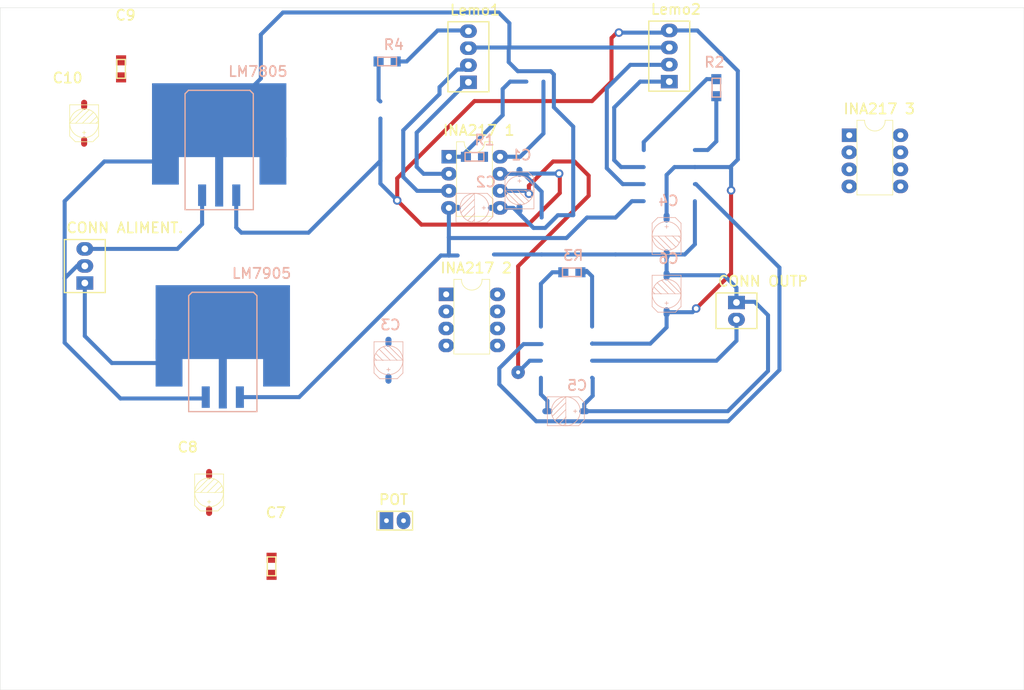
<source format=kicad_pcb>
(kicad_pcb (version 20221018) (generator pcbnew)
  (layers (0 "F.Cu" signal "Top Layer") (31 "B.Cu" signal "Bottom Layer") (34 "B.Paste" user "Bottom Paste") (35 "F.Paste" user "Top Paste") (36 "B.SilkS" user "Bottom Overlay") (37 "F.SilkS" user "Top Overlay") (38 "B.Mask" user "Bottom Solder") (39 "F.Mask" user "Top Solder") (44 "Edge.Cuts" user))
  (net 0 "")
  (net 1 "NetPOT_1")
  (net 2 "NetC9_2")
  (net 3 "NetC7_2")
  (net 4 "NetLemo1_4")
  (net 5 "NetINA217 3_8")
  (net 6 "NetINA217 3_1")
  (net 7 "NetINA217 2_8")
  (net 8 "NetINA217 2_6")
  (net 9 "NetINA217 2_3")
  (net 10 "NetINA217 2_2")
  (net 11 "NetINA217 2_1")
  (net 12 "NetINA217 1_8")
  (net 13 "NetINA217 1_6")
  (net 14 "NetINA217 1_3")
  (net 15 "NetINA217 1_2")
  (net 16 "NetINA217 1_1")
  (net 17 "NetCONN OUTP_2")
  (net 18 "-5")
  (net 19 "+5")
  (net 20 "GND")
  (footprint "Mi libreria Altium.IntLib:Tira 2 Pines" (layer "F.Cu") (at 129.8011 130.6036)
    (fp_text reference "POT" (at -1.2573 -2.2479 unlocked) (layer "F.SilkS") (effects (font (size 1.524 1.524) (thickness 0.254)) (justify left bottom)))
    (fp_text value "Connector" hide)
    (pad "1" thru_hole rect (at 0 0) (size 2 2.5) (drill 0.7) (layers "*.Cu" "*.Mask") (net 1 "NetPOT_1"))
    (pad "2" thru_hole oval (at 2.54 0) (size 2 2.5) (drill 0.7) (layers "*.Cu" "*.Mask") (net 19 "+5"))
  )
  (footprint "Libreria Sergio.PcbLib:Bloque.Ter. 4" (layer "F.Cu") (at 171.9011 65.2036 90)
    (fp_text reference "Lemo2" (at 9.8718 -2.8814 unlocked) (layer "F.SilkS") (effects (font (size 1.524 1.524) (thickness 0.254)) (justify left bottom)))
    (fp_text value "Connector" hide)
    (pad "1" thru_hole rect (at 0 0 90) (size 2 2.5) (drill 1) (layers "*.Cu" "*.Mask") (net 10 "NetINA217 2_2"))
    (pad "2" thru_hole oval (at 2.54 0 90) (size 2 2.5) (drill 1) (layers "*.Cu" "*.Mask") (net 9 "NetINA217 2_3"))
    (pad "3" thru_hole oval (at 5.08 0 90) (size 2 2.5) (drill 1) (layers "*.Cu" "*.Mask") (net 20 "GND"))
    (pad "4" thru_hole oval (at 7.62 0 90) (size 2 2.5) (drill 1) (layers "*.Cu" "*.Mask") (net 19 "+5"))
  )
  (footprint "Libreria Sergio.PcbLib:Bloque.Ter. 2" (layer "F.Cu") (at 181.9011 98.1036 -90)
    (fp_text reference "CONN OUTP" (at -2.2734 2.8964 unlocked) (layer "F.SilkS") (effects (font (size 1.524 1.524) (thickness 0.254)) (justify left bottom)))
    (fp_text value "Connector" hide)
    (pad "1" thru_hole rect (at 0 0 270) (size 2 2.5) (drill 1) (layers "*.Cu" "*.Mask") (net 20 "GND"))
    (pad "2" thru_hole oval (at 2.54 0 270) (size 2 2.5) (drill 1) (layers "*.Cu" "*.Mask") (net 17 "NetCONN OUTP_2"))
  )
  (footprint "Libreria Sergio.PcbLib:DIP 8" (layer "F.Cu") (at 142.9011 80.2036)
    (fp_text reference "INA217 1" (at -4.8133 -6.8453 unlocked) (layer "F.SilkS") (effects (font (size 1.524 1.524) (thickness 0.254)) (justify left bottom)))
    (fp_text value "X" hide)
    (pad "1" thru_hole rect (at -3.81 -3.81) (size 2.2 2) (drill 0.9) (layers "*.Cu" "*.Mask") (net 16 "NetINA217 1_1"))
    (pad "2" thru_hole oval (at -3.81 -1.27) (size 2.3 2) (drill 0.9) (layers "*.Cu" "*.Mask") (net 15 "NetINA217 1_2"))
    (pad "3" thru_hole oval (at -3.81 1.27) (size 2.3 2) (drill 0.9) (layers "*.Cu" "*.Mask") (net 14 "NetINA217 1_3"))
    (pad "4" thru_hole oval (at -3.81 3.81) (size 2.3 2) (drill 0.9) (layers "*.Cu" "*.Mask") (net 18 "-5"))
    (pad "5" thru_hole oval (at 3.81 3.81) (size 2.3 2) (drill 0.9) (layers "*.Cu" "*.Mask") (net 20 "GND"))
    (pad "6" thru_hole oval (at 3.81 1.27) (size 2.3 2) (drill 0.9) (layers "*.Cu" "*.Mask") (net 13 "NetINA217 1_6"))
    (pad "7" thru_hole oval (at 3.81 -1.27) (size 2.3 2) (drill 0.9) (layers "*.Cu" "*.Mask") (net 19 "+5"))
    (pad "8" thru_hole oval (at 3.81 -3.81) (size 2.3 2) (drill 0.9) (layers "*.Cu" "*.Mask") (net 12 "NetINA217 1_8"))
  )
  (footprint "Mi libreria Altium.IntLib:SMD0805" (layer "F.Cu") (at 90.3011 63.3036 90)
    (fp_text reference "C9" (at 7.0993 -1.0033 unlocked) (layer "F.SilkS") (effects (font (size 1.524 1.524) (thickness 0.254)) (justify left bottom)))
    (fp_text value "0.33uF" hide)
    (pad "1" smd rect (at -1.27 0 90) (size 1.5 1.5) (layers "F.Cu" "F.Paste" "F.Mask") (net 20 "GND"))
    (pad "2" smd rect (at 1.27 0 90) (size 1.5 1.5) (layers "F.Cu" "F.Paste" "F.Mask") (net 2 "NetC9_2"))
  )
  (footprint "Libreria Sergio.PcbLib:Bloque.Ter. 3" (layer "F.Cu") (at 84.9011 95.2036 90)
    (fp_text reference "CONN ALIMENT." (at 7.3279 -2.8829 unlocked) (layer "F.SilkS") (effects (font (size 1.524 1.524) (thickness 0.254)) (justify left bottom)))
    (fp_text value "Connector" hide)
    (pad "1" thru_hole rect (at 0 0 90) (size 2 2.5) (drill 1) (layers "*.Cu" "*.Mask") (net 3 "NetC7_2"))
    (pad "2" thru_hole oval (at 2.54 0 90) (size 2 2.5) (drill 1) (layers "*.Cu" "*.Mask") (net 20 "GND"))
    (pad "3" thru_hole oval (at 5.08 0 90) (size 2 2.5) (drill 1) (layers "*.Cu" "*.Mask") (net 2 "NetC9_2"))
  )
  (footprint "Mi libreria Altium.IntLib:C SMD Electrolytic" (layer "F.Cu") (at 84.8011 71.4036)
    (fp_text reference "C10" (at -4.8387 -5.8547 unlocked) (layer "F.SilkS") (effects (font (size 1.524 1.524) (thickness 0.254)) (justify left bottom)))
    (fp_text value "0.1uF" hide)
    (pad "1" smd oval (at 0 -2.75 180) (size 0.9 1.5) (layers "F.Cu" "F.Paste" "F.Mask") (net 20 "GND"))
    (pad "2" smd oval (at 0 2.75 180) (size 0.9 1.5) (layers "F.Cu" "F.Paste" "F.Mask") (net 19 "+5"))
  )
  (footprint "Mi libreria Altium.IntLib:SMD0805" (layer "F.Cu") (at 112.7011 137.4036 90)
    (fp_text reference "C7" (at 7.0993 -1.0033 unlocked) (layer "F.SilkS") (effects (font (size 1.524 1.524) (thickness 0.254)) (justify left bottom)))
    (fp_text value "2.2uF" hide)
    (pad "1" smd rect (at -1.27 0 90) (size 1.5 1.5) (layers "F.Cu" "F.Paste" "F.Mask") (net 20 "GND"))
    (pad "2" smd rect (at 1.27 0 90) (size 1.5 1.5) (layers "F.Cu" "F.Paste" "F.Mask") (net 3 "NetC7_2"))
  )
  (footprint "Mi libreria Altium.IntLib:C SMD Electrolytic" (layer "F.Cu") (at 103.4011 126.4036)
    (fp_text reference "C8" (at -4.8387 -5.8547 unlocked) (layer "F.SilkS") (effects (font (size 1.524 1.524) (thickness 0.254)) (justify left bottom)))
    (fp_text value "1uF" hide)
    (pad "1" smd oval (at 0 -2.75 180) (size 0.9 1.5) (layers "F.Cu" "F.Paste" "F.Mask") (net 18 "-5"))
    (pad "2" smd oval (at 0 2.75 180) (size 0.9 1.5) (layers "F.Cu" "F.Paste" "F.Mask") (net 20 "GND"))
  )
  (footprint "Libreria Sergio.PcbLib:DIP 8" (layer "F.Cu") (at 142.5011 100.7036)
    (fp_text reference "INA217 2" (at -4.8133 -6.8453 unlocked) (layer "F.SilkS") (effects (font (size 1.524 1.524) (thickness 0.254)) (justify left bottom)))
    (fp_text value "X" hide)
    (pad "1" thru_hole rect (at -3.81 -3.81) (size 2.2 2) (drill 0.9) (layers "*.Cu" "*.Mask") (net 11 "NetINA217 2_1"))
    (pad "2" thru_hole oval (at -3.81 -1.27) (size 2.3 2) (drill 0.9) (layers "*.Cu" "*.Mask") (net 10 "NetINA217 2_2"))
    (pad "3" thru_hole oval (at -3.81 1.27) (size 2.3 2) (drill 0.9) (layers "*.Cu" "*.Mask") (net 9 "NetINA217 2_3"))
    (pad "4" thru_hole oval (at -3.81 3.81) (size 2.3 2) (drill 0.9) (layers "*.Cu" "*.Mask") (net 18 "-5"))
    (pad "5" thru_hole oval (at 3.81 3.81) (size 2.3 2) (drill 0.9) (layers "*.Cu" "*.Mask") (net 20 "GND"))
    (pad "6" thru_hole oval (at 3.81 1.27) (size 2.3 2) (drill 0.9) (layers "*.Cu" "*.Mask") (net 8 "NetINA217 2_6"))
    (pad "7" thru_hole oval (at 3.81 -1.27) (size 2.3 2) (drill 0.9) (layers "*.Cu" "*.Mask") (net 19 "+5"))
    (pad "8" thru_hole oval (at 3.81 -3.81) (size 2.3 2) (drill 0.9) (layers "*.Cu" "*.Mask") (net 7 "NetINA217 2_8"))
  )
  (footprint "Libreria Sergio.PcbLib:Bloque.Ter. 4" (layer "F.Cu") (at 142.0011 65.3036 90)
    (fp_text reference "Lemo1" (at 9.8688 -2.8906 unlocked) (layer "F.SilkS") (effects (font (size 1.524 1.524) (thickness 0.254)) (justify left bottom)))
    (fp_text value "Connector" hide)
    (pad "1" thru_hole rect (at 0 0 90) (size 2 2.5) (drill 1) (layers "*.Cu" "*.Mask") (net 15 "NetINA217 1_2"))
    (pad "2" thru_hole oval (at 2.54 0 90) (size 2 2.5) (drill 1) (layers "*.Cu" "*.Mask") (net 14 "NetINA217 1_3"))
    (pad "3" thru_hole oval (at 5.08 0 90) (size 2 2.5) (drill 1) (layers "*.Cu" "*.Mask") (net 20 "GND"))
    (pad "4" thru_hole oval (at 7.62 0 90) (size 2 2.5) (drill 1) (layers "*.Cu" "*.Mask") (net 4 "NetLemo1_4"))
  )
  (footprint "Libreria Sergio.PcbLib:DIP 8" (layer "F.Cu") (at 202.5011 77.0036)
    (fp_text reference "INA217 3" (at -4.8133 -6.8453 unlocked) (layer "F.SilkS") (effects (font (size 1.524 1.524) (thickness 0.254)) (justify left bottom)))
    (fp_text value "X" hide)
    (pad "1" thru_hole rect (at -3.81 -3.81) (size 2.2 2) (drill 0.9) (layers "*.Cu" "*.Mask") (net 6 "NetINA217 3_1"))
    (pad "2" thru_hole oval (at -3.81 -1.27) (size 2.3 2) (drill 0.9) (layers "*.Cu" "*.Mask") (net 8 "NetINA217 2_6"))
    (pad "3" thru_hole oval (at -3.81 1.27) (size 2.3 2) (drill 0.9) (layers "*.Cu" "*.Mask") (net 13 "NetINA217 1_6"))
    (pad "4" thru_hole oval (at -3.81 3.81) (size 2.3 2) (drill 0.9) (layers "*.Cu" "*.Mask") (net 18 "-5"))
    (pad "5" thru_hole oval (at 3.81 3.81) (size 2.3 2) (drill 0.9) (layers "*.Cu" "*.Mask") (net 20 "GND"))
    (pad "6" thru_hole oval (at 3.81 1.27) (size 2.3 2) (drill 0.9) (layers "*.Cu" "*.Mask") (net 17 "NetCONN OUTP_2"))
    (pad "7" thru_hole oval (at 3.81 -1.27) (size 2.3 2) (drill 0.9) (layers "*.Cu" "*.Mask") (net 19 "+5"))
    (pad "8" thru_hole oval (at 3.81 -3.81) (size 2.3 2) (drill 0.9) (layers "*.Cu" "*.Mask") (net 5 "NetINA217 3_8"))
  )
  (footprint "Libreria Sergio.PcbLib:C SMD Electrolytic" (layer "B.Cu") (at 130.1011 106.7036 180)
    (fp_text reference "C3" (at -1.9482 4.3676 unlocked) (layer "B.SilkS") (effects (font (size 1.524 1.524) (thickness 0.254)) (justify left bottom mirror)))
    (fp_text value "10uF" hide)
    (pad "1" smd oval (at 0 2.75) (size 0.9 1.5) (layers "B.Cu" "B.Paste" "B.Mask") (net 18 "-5"))
    (pad "2" smd oval (at 0 -2.75) (size 0.9 1.5) (layers "B.Cu" "B.Paste" "B.Mask") (net 20 "GND"))
  )
  (footprint "Libreria Sergio.PcbLib:C SMD Electrolytic" (layer "B.Cu") (at 142.9011 84.0036 -90)
    (fp_text reference "C2" (at -2.9574 -3.3544 unlocked) (layer "B.SilkS") (effects (font (size 1.524 1.524) (thickness 0.254)) (justify left bottom mirror)))
    (fp_text value "10uF" hide)
    (pad "1" smd oval (at 0 2.75 90) (size 0.9 1.5) (layers "B.Cu" "B.Paste" "B.Mask") (net 18 "-5"))
    (pad "2" smd oval (at 0 -2.75 90) (size 0.9 1.5) (layers "B.Cu" "B.Paste" "B.Mask") (net 20 "GND"))
  )
  (footprint "Mi libreria Altium.IntLib:7905 SMD" (layer "B.Cu") (at 102.9011 112.2036)
    (fp_text reference "LM7905" (at 3.7596 -17.5406 unlocked) (layer "B.SilkS") (effects (font (size 1.524 1.524) (thickness 0.254)) (justify left bottom)))
    (fp_text value "LM78XX" hide)
    (pad "GND" smd rect (at 0 0) (size 1.2 3.2) (layers "B.Cu" "B.Paste" "B.Mask") (net 20 "GND"))
    (pad "Vin" smd rect (at -5.461 -5.08) (size 4 7) (layers "B.Cu" "B.Paste" "B.Mask") (net 3 "NetC7_2"))
    (pad "Vin" smd rect (at 2.54 -11.176) (size 20 11) (layers "B.Cu" "B.Paste" "B.Mask") (net 3 "NetC7_2"))
    (pad "Vin" smd rect (at 2.54 -2.413) (size 1.2 8.2) (layers "B.Cu" "B.Paste" "B.Mask") (net 3 "NetC7_2"))
    (pad "Vin" smd rect (at 10.541 -5.08) (size 4 7) (layers "B.Cu" "B.Paste" "B.Mask") (net 3 "NetC7_2"))
    (pad "Vout" smd rect (at 5.08 0) (size 1.2 3.2) (layers "B.Cu" "B.Paste" "B.Mask") (net 18 "-5"))
  )
  (footprint "Mi libreria Altium.IntLib:7805 Smd" (layer "B.Cu") (at 104.9011 79.2036)
    (fp_text reference "LM7805" (at 1.20741 -14.6114 unlocked) (layer "B.SilkS") (effects (font (size 1.524 1.524) (thickness 0.254)) (justify left bottom)))
    (fp_text value "LM78XX" hide)
    (pad "GND" smd rect (at -8.001 -2.159) (size 4 7) (layers "B.Cu" "B.Paste" "B.Mask") (net 20 "GND"))
    (pad "GND" smd rect (at 0 -8.255) (size 20 11) (layers "B.Cu" "B.Paste" "B.Mask") (net 20 "GND"))
    (pad "GND" smd rect (at 0 0.508) (size 1.2 8.2) (layers "B.Cu" "B.Paste" "B.Mask") (net 20 "GND"))
    (pad "GND" smd rect (at 8.001 -2.159) (size 4 7) (layers "B.Cu" "B.Paste" "B.Mask") (net 20 "GND"))
    (pad "Vin" smd rect (at -2.54 2.921) (size 1.2 3.2) (layers "B.Cu" "B.Paste" "B.Mask") (net 2 "NetC9_2"))
    (pad "Vout" smd rect (at 2.54 2.921) (size 1.2 3.2) (layers "B.Cu" "B.Paste" "B.Mask") (net 19 "+5"))
  )
  (footprint "Libreria Sergio.PcbLib:C SMD Electrolytic" (layer "B.Cu") (at 156.5011 114.3036 -90)
    (fp_text reference "C5" (at -2.9536 -3.3448 unlocked) (layer "B.SilkS") (effects (font (size 1.524 1.524) (thickness 0.254)) (justify left bottom mirror)))
    (fp_text value "10uF" hide)
    (pad "1" smd oval (at 0 2.75 90) (size 0.9 1.5) (layers "B.Cu" "B.Paste" "B.Mask") (net 18 "-5"))
    (pad "2" smd oval (at 0 -2.75 90) (size 0.9 1.5) (layers "B.Cu" "B.Paste" "B.Mask") (net 20 "GND"))
  )
  (footprint "Libreria Sergio.PcbLib:C SMD Electrolytic" (layer "B.Cu") (at 171.5011 96.8036 180)
    (fp_text reference "C6" (at -1.9506 4.3602 unlocked) (layer "B.SilkS") (effects (font (size 1.524 1.524) (thickness 0.254)) (justify left bottom mirror)))
    (fp_text value "10 uF" hide)
    (pad "1" smd oval (at 0 2.75) (size 0.9 1.5) (layers "B.Cu" "B.Paste" "B.Mask") (net 20 "GND"))
    (pad "2" smd oval (at 0 -2.75) (size 0.9 1.5) (layers "B.Cu" "B.Paste" "B.Mask") (net 19 "+5"))
  )
  (footprint "Libreria Sergio.PcbLib:SMD0805" (layer "B.Cu") (at 157.4011 93.6036)
    (fp_text reference "R3" (at 1.8616 -1.616 unlocked) (layer "B.SilkS") (effects (font (size 1.524 1.524) (thickness 0.254)) (justify left bottom mirror)))
    (fp_text value "111 Ohm" hide)
    (pad "1" smd rect (at -1.27 0) (size 1.5 1.5) (layers "B.Cu" "B.Paste" "B.Mask") (net 6 "NetINA217 3_1"))
    (pad "2" smd rect (at 1.27 0) (size 1.5 1.5) (layers "B.Cu" "B.Paste" "B.Mask") (net 5 "NetINA217 3_8"))
  )
  (footprint "Libreria Sergio.PcbLib:SMD0805" (layer "B.Cu") (at 178.9011 66.1036 -90)
    (fp_text reference "R2" (at -2.8958 1.9374 unlocked) (layer "B.SilkS") (effects (font (size 1.524 1.524) (thickness 0.254)) (justify left bottom)))
    (fp_text value "204 Ohm" hide)
    (pad "1" smd rect (at -1.27 0 270) (size 1.5 1.5) (layers "B.Cu" "B.Paste" "B.Mask") (net 11 "NetINA217 2_1"))
    (pad "2" smd rect (at 1.27 0 270) (size 1.5 1.5) (layers "B.Cu" "B.Paste" "B.Mask") (net 7 "NetINA217 2_8"))
  )
  (footprint "Libreria Sergio.PcbLib:C SMD Electrolytic" (layer "B.Cu") (at 171.5011 88.2036)
    (fp_text reference "C4" (at 1.9408 -4.3582 unlocked) (layer "B.SilkS") (effects (font (size 1.524 1.524) (thickness 0.254)) (justify left bottom mirror)))
    (fp_text value "10 uF" hide)
    (pad "1" smd oval (at 0 2.75 180) (size 0.9 1.5) (layers "B.Cu" "B.Paste" "B.Mask") (net 20 "GND"))
    (pad "2" smd oval (at 0 -2.75 180) (size 0.9 1.5) (layers "B.Cu" "B.Paste" "B.Mask") (net 19 "+5"))
  )
  (footprint "Libreria Sergio.PcbLib:SMD0805" (layer "B.Cu") (at 142.9011 76.4036)
    (fp_text reference "R1" (at -0.1582 -1.602 unlocked) (layer "B.SilkS") (effects (font (size 1.524 1.524) (thickness 0.254)) (justify left bottom)))
    (fp_text value "204 Ohm" hide)
    (pad "1" smd rect (at -1.27 0) (size 1.5 1.5) (layers "B.Cu" "B.Paste" "B.Mask") (net 16 "NetINA217 1_1"))
    (pad "2" smd rect (at 1.27 0) (size 1.5 1.5) (layers "B.Cu" "B.Paste" "B.Mask") (net 12 "NetINA217 1_8"))
  )
  (footprint "Libreria Sergio.PcbLib:C SMD Electrolytic" (layer "B.Cu") (at 149.6011 81.4036)
    (fp_text reference "C1" (at 1.95001 -4.3676 unlocked) (layer "B.SilkS") (effects (font (size 1.524 1.524) (thickness 0.254)) (justify left bottom mirror)))
    (fp_text value "10 uF" hide)
    (pad "1" smd oval (at 0 2.75 180) (size 0.9 1.5) (layers "B.Cu" "B.Paste" "B.Mask") (net 20 "GND"))
    (pad "2" smd oval (at 0 -2.75 180) (size 0.9 1.5) (layers "B.Cu" "B.Paste" "B.Mask") (net 19 "+5"))
  )
  (footprint "Mi libreria Altium.IntLib:SMD0805" (layer "B.Cu") (at 129.9011 62.2036)
    (fp_text reference "R4" (at -0.6692 -1.6124 unlocked) (layer "B.SilkS") (effects (font (size 1.524 1.524) (thickness 0.254)) (justify left bottom)))
    (fp_text value "Value" hide)
    (pad "1" smd rect (at -1.27 0) (size 1.5 1.5) (layers "B.Cu" "B.Paste" "B.Mask") (net 1 "NetPOT_1"))
    (pad "2" smd rect (at 1.27 0) (size 1.5 1.5) (layers "B.Cu" "B.Paste" "B.Mask") (net 4 "NetLemo1_4"))
  )
  (gr_line (start 224.7011 155.8036) (end 224.7011 54.2036) (stroke (width 0.05)) (layer "Edge.Cuts"))
  (gr_line (start 72.3011 155.8036) (end 224.7011 155.8036) (stroke (width 0.05)) (layer "Edge.Cuts"))
  (gr_line (start 224.7011 54.2036) (end 72.3011 54.2036) (stroke (width 0.05)) (layer "Edge.Cuts"))
  (gr_line (start 72.3011 54.2036) (end 72.3011 155.8036) (stroke (width 0.05)) (layer "Edge.Cuts"))
  (segment (start 128.6311 67.8936) (end 128.6311 62.2036) (width 0.6) (layer "B.Cu") (net 1))
  (segment (start 128.6311 67.8936) (end 128.9011 68.1636) (width 0.6) (layer "B.Cu") (net 1))
  (segment (start 84.9011 90.1236) (end 98.6811 90.1236) (width 0.6) (layer "B.Cu") (net 2))
  (segment (start 98.6811 90.1236) (end 102.3611 86.4436) (width 0.6) (layer "B.Cu") (net 2))
  (segment (start 102.3611 86.4436) (end 102.3611 82.1246) (width 0.6) (layer "B.Cu") (net 2))
  (segment (start 88.9211 107.1236) (end 96.8211 107.1236) (width 0.6) (layer "B.Cu") (net 3))
  (segment (start 84.9011 103.1036) (end 84.9011 95.2036) (width 0.6) (layer "B.Cu") (net 3))
  (segment (start 84.9011 103.1036) (end 88.9211 107.1236) (width 0.6) (layer "B.Cu") (net 3))
  (segment (start 96.8211 107.1236) (end 97.4401 107.1236) (width 0.45) (layer "B.Cu") (net 3))
  (segment (start 132.8011 62.2036) (end 137.4211 57.5836) (width 0.6) (layer "B.Cu") (net 4))
  (segment (start 131.1711 62.2036) (end 132.8011 62.2036) (width 0.6) (layer "B.Cu") (net 4))
  (segment (start 137.4211 57.5836) (end 141.9011 57.5836) (width 0.6) (layer "B.Cu") (net 4))
  (segment (start 159.4011 93.6036) (end 159.6011 93.4036) (width 0.6) (layer "B.Cu") (net 5))
  (segment (start 158.6711 93.6036) (end 159.4011 93.6036) (width 0.6) (layer "B.Cu") (net 5))
  (segment (start 159.6011 93.4036) (end 160.4111 94.2136) (width 0.6) (layer "B.Cu") (net 5))
  (segment (start 160.4111 101.6936) (end 160.4111 94.2136) (width 0.6) (layer "B.Cu") (net 5))
  (segment (start 152.7911 95.3136) (end 154.5011 93.6036) (width 0.6) (layer "B.Cu") (net 6))
  (segment (start 152.7911 101.6936) (end 152.7911 95.3136) (width 0.6) (layer "B.Cu") (net 6))
  (segment (start 154.5011 93.6036) (end 156.1311 93.6036) (width 0.6) (layer "B.Cu") (net 6))
  (segment (start 175.7111 75.3936) (end 177.6111 75.3936) (width 0.6) (layer "B.Cu") (net 7))
  (segment (start 178.9011 74.1036) (end 178.9011 67.3736) (width 0.6) (layer "B.Cu") (net 7))
  (segment (start 177.6111 75.3936) (end 178.9011 74.1036) (width 0.6) (layer "B.Cu") (net 7))
  (segment (start 175.86668 80.4736) (end 188.3011 92.90802) (width 0.6) (layer "B.Cu") (net 8))
  (segment (start 146.6011 110.3036) (end 152.1011 115.8036) (width 0.6) (layer "B.Cu") (net 8))
  (segment (start 152.1011 115.8036) (end 180.65673 115.8036) (width 0.6) (layer "B.Cu") (net 8))
  (segment (start 188.3011 108.15923) (end 188.3011 92.90802) (width 0.6) (layer "B.Cu") (net 8))
  (segment (start 146.6011 110.3036) (end 146.6011 107.9036) (width 0.6) (layer "B.Cu") (net 8))
  (segment (start 146.6011 107.9036) (end 150.2011 104.3036) (width 0.6) (layer "B.Cu") (net 8))
  (segment (start 180.65673 115.8036) (end 188.3011 108.15923) (width 0.6) (layer "B.Cu") (net 8))
  (segment (start 175.7111 80.4736) (end 175.86668 80.4736) (width 0.6) (layer "B.Cu") (net 8))
  (segment (start 150.2011 104.3036) (end 152.9011 104.3036) (width 0.6) (layer "B.Cu") (net 8))
  (segment (start 162.6011 66.2036) (end 166.1011 62.7036) (width 0.6) (layer "B.Cu") (net 9))
  (segment (start 162.6011 78.1036) (end 164.97111 80.4736) (width 0.6) (layer "B.Cu") (net 9))
  (segment (start 166.1011 62.7036) (end 171.9011 62.7036) (width 0.6) (layer "B.Cu") (net 9))
  (segment (start 162.6011 78.1036) (end 162.6011 66.2036) (width 0.6) (layer "B.Cu") (net 9))
  (segment (start 164.97111 80.4736) (end 168.0911 80.4736) (width 0.6) (layer "B.Cu") (net 9))
  (segment (start 167.55673 65.2036) (end 171.9011 65.2036) (width 0.6) (layer "B.Cu") (net 10))
  (segment (start 163.7011 76.9036) (end 164.7311 77.9336) (width 0.6) (layer "B.Cu") (net 10))
  (segment (start 163.7011 69.05923) (end 167.55673 65.2036) (width 0.6) (layer "B.Cu") (net 10))
  (segment (start 164.7311 77.9336) (end 168.0911 77.9336) (width 0.6) (layer "B.Cu") (net 10))
  (segment (start 163.7011 76.9036) (end 163.7011 69.05923) (width 0.6) (layer "B.Cu") (net 10))
  (segment (start 168.1011 74.2036) (end 177.4711 64.8336) (width 0.6) (layer "B.Cu") (net 11))
  (segment (start 177.4711 64.8336) (end 178.9011 64.8336) (width 0.6) (layer "B.Cu") (net 11))
  (segment (start 168.1011 75.4036) (end 168.1011 74.2036) (width 0.6) (layer "B.Cu") (net 11))
  (segment (start 153.1711 72.9336) (end 153.1711 65.2036) (width 0.6) (layer "B.Cu") (net 12))
  (segment (start 149.7111 76.3936) (end 153.1711 72.9336) (width 0.6) (layer "B.Cu") (net 12))
  (segment (start 146.7111 76.3936) (end 149.7111 76.3936) (width 0.6) (layer "B.Cu") (net 12))
  (segment (start 151.0009 81.9038) (end 151.0011 81.9036) (width 0.6) (layer "F.Cu") (net 13))
  (segment (start 151.0011 81.9036) (end 151.0011 80.7036) (width 0.6) (layer "F.Cu") (net 13))
  (segment (start 151.00089 81.9038) (end 151.0009 81.9038) (width 0.6) (layer "F.Cu") (net 13))
  (segment (start 151.0011 80.7036) (end 154.6011 77.1036) (width 0.6) (layer "F.Cu") (net 13))
  (segment (start 159.9011 82.2036) (end 159.9011 79.2036) (width 0.6) (layer "F.Cu") (net 13))
  (segment (start 149.4011 108.5036) (end 149.4011 92.7036) (width 0.6) (layer "F.Cu") (net 13))
  (segment (start 149.4011 92.7036) (end 159.9011 82.2036) (width 0.6) (layer "F.Cu") (net 13))
  (segment (start 154.6011 77.1036) (end 157.8011 77.1036) (width 0.6) (layer "F.Cu") (net 13))
  (segment (start 157.8011 77.1036) (end 159.9011 79.2036) (width 0.6) (layer "F.Cu") (net 13))
  (via (at 151.00089 81.9038) (size 1.27) (drill 0.7112) (layers "F.Cu" "B.Cu") (net 13))
  (via (at 149.4011 108.5036) (size 2) (drill 0.6) (layers "F.Cu" "B.Cu") (net 13))
  (segment (start 146.7111 81.4736) (end 150.57069 81.4736) (width 0.6) (layer "B.Cu") (net 13))
  (segment (start 151.1311 106.7736) (end 152.7911 106.7736) (width 0.6) (layer "B.Cu") (net 13))
  (segment (start 149.4011 108.5036) (end 151.1311 106.7736) (width 0.6) (layer "B.Cu") (net 13))
  (segment (start 150.57069 81.4736) (end 151.00089 81.9038) (width 0.6) (layer "B.Cu") (net 13))
  (segment (start 132.3011 79.4036) (end 134.3711 81.4736) (width 0.6) (layer "B.Cu") (net 14))
  (segment (start 140.31973 63.4036) (end 141.1611 63.4036) (width 0.6) (layer "B.Cu") (net 14))
  (segment (start 137.7011 66.02223) (end 140.31973 63.4036) (width 0.6) (layer "B.Cu") (net 14))
  (segment (start 132.3011 72.45923) (end 137.7011 67.05923) (width 0.6) (layer "B.Cu") (net 14))
  (segment (start 134.3711 81.4736) (end 139.0911 81.4736) (width 0.6) (layer "B.Cu") (net 14))
  (segment (start 141.1611 63.4036) (end 141.9011 62.6636) (width 0.6) (layer "B.Cu") (net 14))
  (segment (start 132.3011 79.4036) (end 132.3011 72.45923) (width 0.6) (layer "B.Cu") (net 14))
  (segment (start 137.7011 67.05923) (end 137.7011 66.02223) (width 0.6) (layer "B.Cu") (net 14))
  (segment (start 134.3011 77.9036) (end 135.3311 78.9336) (width 0.6) (layer "B.Cu") (net 15))
  (segment (start 134.3011 77.9036) (end 134.3011 72.8036) (width 0.6) (layer "B.Cu") (net 15))
  (segment (start 135.3311 78.9336) (end 139.0911 78.9336) (width 0.6) (layer "B.Cu") (net 15))
  (segment (start 134.3011 72.8036) (end 141.9011 65.2036) (width 0.6) (layer "B.Cu") (net 15))
  (segment (start 147.1011 66.3036) (end 148.2011 65.2036) (width 0.6) (layer "B.Cu") (net 16))
  (segment (start 148.2011 65.2036) (end 150.6311 65.2036) (width 0.6) (layer "B.Cu") (net 16))
  (segment (start 147.1011 70.2036) (end 147.1011 66.3036) (width 0.6) (layer "B.Cu") (net 16))
  (segment (start 139.0911 76.3936) (end 140.9111 76.3936) (width 0.6) (layer "B.Cu") (net 16))
  (segment (start 140.9111 76.3936) (end 147.1011 70.2036) (width 0.6) (layer "B.Cu") (net 16))
  (segment (start 181.9011 103.8036) (end 181.9011 100.7036) (width 0.6) (layer "B.Cu") (net 17))
  (segment (start 160.4111 106.7736) (end 178.9311 106.7736) (width 0.6) (layer "B.Cu") (net 17))
  (segment (start 178.9311 106.7736) (end 181.9011 103.8036) (width 0.6) (layer "B.Cu") (net 17))
  (segment (start 116.8011 112.2036) (end 137.9011 91.1036) (width 0.6) (layer "B.Cu") (net 18))
  (segment (start 152.7911 111.7936) (end 153.7511 112.7536) (width 0.6) (layer "B.Cu") (net 18))
  (segment (start 163.9011 85.4536) (end 166.3411 83.0136) (width 0.6) (layer "B.Cu") (net 18))
  (segment (start 166.3411 83.0136) (end 168.0911 83.0136) (width 0.6) (layer "B.Cu") (net 18))
  (segment (start 139.1911 88.5036) (end 156.6011 88.5036) (width 0.6) (layer "B.Cu") (net 18))
  (segment (start 139.1011 91.1036) (end 140.4011 91.1036) (width 0.6) (layer "B.Cu") (net 18))
  (segment (start 137.9011 91.1036) (end 139.1011 91.1036) (width 0.6) (layer "B.Cu") (net 18))
  (segment (start 153.7511 114.3036) (end 153.7511 112.7536) (width 0.6) (layer "B.Cu") (net 18))
  (segment (start 139.0911 88.4036) (end 139.0911 84.0136) (width 0.6) (layer "B.Cu") (net 18))
  (segment (start 139.0911 88.4036) (end 139.1911 88.5036) (width 0.6) (layer "B.Cu") (net 18))
  (segment (start 152.7911 111.7936) (end 152.7911 109.3136) (width 0.6) (layer "B.Cu") (net 18))
  (segment (start 139.0911 91.0936) (end 139.1011 91.1036) (width 0.6) (layer "B.Cu") (net 18))
  (segment (start 156.6011 88.5036) (end 159.6511 85.4536) (width 0.6) (layer "B.Cu") (net 18))
  (segment (start 159.6511 85.4536) (end 163.9011 85.4536) (width 0.6) (layer "B.Cu") (net 18))
  (segment (start 107.9811 112.2036) (end 116.8011 112.2036) (width 0.6) (layer "B.Cu") (net 18))
  (segment (start 139.0911 91.0936) (end 139.0911 88.4036) (width 0.6) (layer "B.Cu") (net 18))
  (segment (start 131.4011 79.6036) (end 142.9011 68.1036) (width 0.6) (layer "F.Cu") (net 19))
  (segment (start 131.4011 82.9036) (end 135.0011 86.5036) (width 0.6) (layer "F.Cu") (net 19))
  (segment (start 163.3011 65.2036) (end 163.3011 58.7036) (width 0.6) (layer "F.Cu") (net 19))
  (segment (start 150.9011 86.5036) (end 155.6011 81.8036) (width 0.6) (layer "F.Cu") (net 19))
  (segment (start 160.4011 68.1036) (end 163.3011 65.2036) (width 0.6) (layer "F.Cu") (net 19))
  (segment (start 175.9011 99.0036) (end 181.1011 93.8036) (width 0.6) (layer "F.Cu") (net 19))
  (segment (start 155.5011 78.9036) (end 155.6011 79.0036) (width 0.6) (layer "F.Cu") (net 19))
  (segment (start 163.3011 58.7036) (end 164.1011 57.9036) (width 0.6) (layer "F.Cu") (net 19))
  (segment (start 155.6011 81.8036) (end 155.6011 79.0036) (width 0.6) (layer "F.Cu") (net 19))
  (segment (start 131.4011 82.9036) (end 131.4011 79.6036) (width 0.6) (layer "F.Cu") (net 19))
  (segment (start 181.1011 93.8036) (end 181.1011 81.4036) (width 0.6) (layer "F.Cu") (net 19))
  (segment (start 142.9011 68.1036) (end 160.4011 68.1036) (width 0.6) (layer "F.Cu") (net 19))
  (segment (start 135.0011 86.5036) (end 150.9011 86.5036) (width 0.6) (layer "F.Cu") (net 19))
  (segment (start 164.1011 57.9036) (end 164.4011 57.9036) (width 0.6) (layer "F.Cu") (net 19))
  (via (at 131.4011 82.9036) (size 1.27) (drill 0.7112) (layers "F.Cu" "B.Cu") (net 19))
  (via (at 164.4011 57.9036) (size 1.27) (drill 0.7112) (layers "F.Cu" "B.Cu") (net 19))
  (via (at 175.9011 99.0036) (size 1.27) (drill 0.7112) (layers "F.Cu" "B.Cu") (net 19))
  (via (at 155.5011 78.9036) (size 1.27) (drill 0.7112) (layers "F.Cu" "B.Cu") (net 19))
  (via (at 181.1011 81.4036) (size 1.27) (drill 0.7112) (layers "F.Cu" "B.Cu") (net 19))
  (segment (start 146.7111 78.9336) (end 148.6011 78.9336) (width 0.6) (layer "B.Cu") (net 19))
  (segment (start 171.5011 79.1036) (end 172.6711 77.9336) (width 0.6) (layer "B.Cu") (net 19))
  (segment (start 160.4111 104.2336) (end 160.4411 104.2036) (width 0.6) (layer "B.Cu") (net 19))
  (segment (start 176.0811 57.5836) (end 182.1011 63.6036) (width 0.6) (layer "B.Cu") (net 19))
  (segment (start 181.1011 81.4036) (end 181.1011 78.0636) (width 0.6) (layer "B.Cu") (net 19))
  (segment (start 171.5011 85.4536) (end 171.5011 79.1036) (width 0.6) (layer "B.Cu") (net 19))
  (segment (start 128.9011 80.4036) (end 131.4011 82.9036) (width 0.6) (layer "B.Cu") (net 19))
  (segment (start 128.9011 70.729) (end 128.9011 70.7036) (width 0.6) (layer "B.Cu") (net 19))
  (segment (start 152.9011 85.4536) (end 152.9011 81.6036) (width 0.6) (layer "B.Cu") (net 19))
  (segment (start 180.9711 77.9336) (end 181.0011 77.9336) (width 0.6) (layer "B.Cu") (net 19))
  (segment (start 128.9011 77.0036) (end 128.9011 70.729) (width 0.6) (layer "B.Cu") (net 19))
  (segment (start 172.6711 77.9336) (end 175.7111 77.9336) (width 0.6) (layer "B.Cu") (net 19))
  (segment (start 180.9711 77.9336) (end 181.1011 78.0636) (width 0.6) (layer "B.Cu") (net 19))
  (segment (start 175.7111 77.9336) (end 180.9711 77.9336) (width 0.6) (layer "B.Cu") (net 19))
  (segment (start 148.6011 78.9336) (end 150.2311 78.9336) (width 0.6) (layer "B.Cu") (net 19))
  (segment (start 171.5011 101.8036) (end 171.5011 99.5536) (width 0.6) (layer "B.Cu") (net 19))
  (segment (start 128.9011 80.4036) (end 128.9011 77.0036) (width 0.6) (layer "B.Cu") (net 19))
  (segment (start 108.2011 87.7036) (end 118.2011 87.7036) (width 0.6) (layer "B.Cu") (net 19))
  (segment (start 118.2011 87.7036) (end 128.9011 77.0036) (width 0.6) (layer "B.Cu") (net 19))
  (segment (start 148.6311 78.9036) (end 155.5011 78.9036) (width 0.6) (layer "B.Cu") (net 19))
  (segment (start 180.9011 78.0036) (end 180.9711 77.9336) (width 0.6) (layer "B.Cu") (net 19))
  (segment (start 171.5811 57.9036) (end 171.9011 57.5836) (width 0.6) (layer "B.Cu") (net 19))
  (segment (start 171.5011 99.5536) (end 175.3511 99.5536) (width 0.6) (layer "B.Cu") (net 19))
  (segment (start 175.3511 99.5536) (end 175.9011 99.0036) (width 0.6) (layer "B.Cu") (net 19))
  (segment (start 148.6011 78.9336) (end 148.6311 78.9036) (width 0.6) (layer "B.Cu") (net 19))
  (segment (start 171.9011 57.5836) (end 176.0811 57.5836) (width 0.6) (layer "B.Cu") (net 19))
  (segment (start 107.4411 86.9436) (end 107.4411 82.1246) (width 0.6) (layer "B.Cu") (net 19))
  (segment (start 180.9711 77.9336) (end 182.1011 76.8036) (width 0.6) (layer "B.Cu") (net 19))
  (segment (start 164.4011 57.9036) (end 171.5811 57.9036) (width 0.6) (layer "B.Cu") (net 19))
  (segment (start 182.1011 76.8036) (end 182.1011 63.6036) (width 0.6) (layer "B.Cu") (net 19))
  (segment (start 107.4411 86.9436) (end 108.2011 87.7036) (width 0.6) (layer "B.Cu") (net 19))
  (segment (start 150.2311 78.9336) (end 152.9011 81.6036) (width 0.6) (layer "B.Cu") (net 19))
  (segment (start 160.4111 104.2336) (end 169.0711 104.2336) (width 0.6) (layer "B.Cu") (net 19))
  (segment (start 169.0711 104.2336) (end 171.5011 101.8036) (width 0.6) (layer "B.Cu") (net 19))
  (segment (start 81.9011 83.0036) (end 87.8011 77.1036) (width 0.6) (layer "B.Cu") (net 20))
  (segment (start 151.7011 87.0036) (end 153.41886 87.0036) (width 0.6) (layer "B.Cu") (net 20))
  (segment (start 160.4111 109.3136) (end 160.5011 109.4036) (width 0.6) (layer "B.Cu") (net 20))
  (segment (start 181.9011 98.1036) (end 181.9011 95.9036) (width 0.6) (layer "B.Cu") (net 20))
  (segment (start 141.9011 60.1236) (end 148.0011 60.1236) (width 0.6) (layer "B.Cu") (net 20))
  (segment (start 148.1011 60.0236) (end 148.1011 56.5036) (width 0.6) (layer "B.Cu") (net 20))
  (segment (start 104.9011 70.9486) (end 111.1011 64.7486) (width 0.6) (layer "B.Cu") (net 20))
  (segment (start 157.6011 85.1036) (end 157.6011 71.9036) (width 0.6) (layer "B.Cu") (net 20))
  (segment (start 181.9011 98.0036) (end 184.6011 98.0036) (width 0.6) (layer "B.Cu") (net 20))
  (segment (start 175.7111 89.4436) (end 175.7111 83.0136) (width 0.6) (layer "B.Cu") (net 20))
  (segment (start 149.3511 63.6536) (end 154.25247 63.6536) (width 0.6) (layer "B.Cu") (net 20))
  (segment (start 90.2011 112.4036) (end 102.7011 112.4036) (width 0.6) (layer "B.Cu") (net 20))
  (segment (start 146.5011 54.9036) (end 148.1011 56.5036) (width 0.6) (layer "B.Cu") (net 20))
  (segment (start 159.2511 114.3036) (end 159.2511 113.2536) (width 0.6) (layer "B.Cu") (net 20))
  (segment (start 186.6011 108.3036) (end 186.6011 100.0036) (width 0.6) (layer "B.Cu") (net 20))
  (segment (start 154.7211 69.0236) (end 157.6011 71.9036) (width 0.6) (layer "B.Cu") (net 20))
  (segment (start 81.9011 94.5036) (end 81.9011 83.0036) (width 0.6) (layer "B.Cu") (net 20))
  (segment (start 148.0011 60.1236) (end 148.1011 60.0236) (width 0.6) (layer "B.Cu") (net 20))
  (segment (start 159.2511 113.2536) (end 160.5011 112.0036) (width 0.6) (layer "B.Cu") (net 20))
  (segment (start 148.0011 60.1236) (end 171.9011 60.1236) (width 0.6) (layer "B.Cu") (net 20))
  (segment (start 180.0511 94.0536) (end 181.9011 95.9036) (width 0.6) (layer "B.Cu") (net 20))
  (segment (start 81.9011 94.5036) (end 83.7411 92.6636) (width 0.6) (layer "B.Cu") (net 20))
  (segment (start 171.5011 90.9536) (end 174.2011 90.9536) (width 0.6) (layer "B.Cu") (net 20))
  (segment (start 163.9011 90.9536) (end 171.5011 90.9536) (width 0.6) (layer "B.Cu") (net 20))
  (segment (start 83.7411 92.6636) (end 84.9011 92.6636) (width 0.6) (layer "B.Cu") (net 20))
  (segment (start 174.2011 90.9536) (end 175.7111 89.4436) (width 0.6) (layer "B.Cu") (net 20))
  (segment (start 102.7011 112.4036) (end 102.9011 112.2036) (width 0.6) (layer "B.Cu") (net 20))
  (segment (start 146.7111 84.0136) (end 146.7211 84.0036) (width 0.6) (layer "B.Cu") (net 20))
  (segment (start 154.25247 63.6536) (end 154.7211 64.12223) (width 0.6) (layer "B.Cu") (net 20))
  (segment (start 146.7211 84.0036) (end 148.7011 84.0036) (width 0.6) (layer "B.Cu") (net 20))
  (segment (start 111.1011 64.7486) (end 111.1011 58.2036) (width 0.6) (layer "B.Cu") (net 20))
  (segment (start 111.1011 58.2036) (end 114.4011 54.9036) (width 0.6) (layer "B.Cu") (net 20))
  (segment (start 160.5011 112.0036) (end 160.5011 109.4036) (width 0.6) (layer "B.Cu") (net 20))
  (segment (start 81.9011 104.1036) (end 90.2011 112.4036) (width 0.6) (layer "B.Cu") (net 20))
  (segment (start 96.8411 77.1036) (end 96.9001 77.0446) (width 0.6) (layer "B.Cu") (net 20))
  (segment (start 159.2511 114.3036) (end 180.6011 114.3036) (width 0.6) (layer "B.Cu") (net 20))
  (segment (start 152.9011 90.9536) (end 163.9011 90.9536) (width 0.6) (layer "B.Cu") (net 20))
  (segment (start 155.31886 85.1036) (end 157.6011 85.1036) (width 0.6) (layer "B.Cu") (net 20))
  (segment (start 171.5011 94.0536) (end 180.0511 94.0536) (width 0.6) (layer "B.Cu") (net 20))
  (segment (start 154.7211 69.0236) (end 154.7211 64.12223) (width 0.6) (layer "B.Cu") (net 20))
  (segment (start 114.4011 54.9036) (end 146.5011 54.9036) (width 0.6) (layer "B.Cu") (net 20))
  (segment (start 159.2511 114.3036) (end 159.3011 114.2536) (width 0.6) (layer "B.Cu") (net 20))
  (segment (start 171.5011 94.0536) (end 171.5011 90.9536) (width 0.6) (layer "B.Cu") (net 20))
  (segment (start 184.6011 98.0036) (end 186.6011 100.0036) (width 0.6) (layer "B.Cu") (net 20))
  (segment (start 153.41886 87.0036) (end 155.31886 85.1036) (width 0.6) (layer "B.Cu") (net 20))
  (segment (start 148.0011 62.3036) (end 148.0011 60.1236) (width 0.6) (layer "B.Cu") (net 20))
  (segment (start 148.7011 84.0036) (end 151.7011 87.0036) (width 0.6) (layer "B.Cu") (net 20))
  (segment (start 87.8011 77.1036) (end 96.8411 77.1036) (width 0.6) (layer "B.Cu") (net 20))
  (segment (start 148.0011 62.3036) (end 149.3511 63.6536) (width 0.6) (layer "B.Cu") (net 20))
  (segment (start 180.6011 114.3036) (end 186.6011 108.3036) (width 0.6) (layer "B.Cu") (net 20))
  (segment (start 145.8011 90.9536) (end 152.9011 90.9536) (width 0.6) (layer "B.Cu") (net 20))
  (segment (start 81.9011 104.1036) (end 81.9011 94.5036) (width 0.6) (layer "B.Cu") (net 20))
)
</source>
